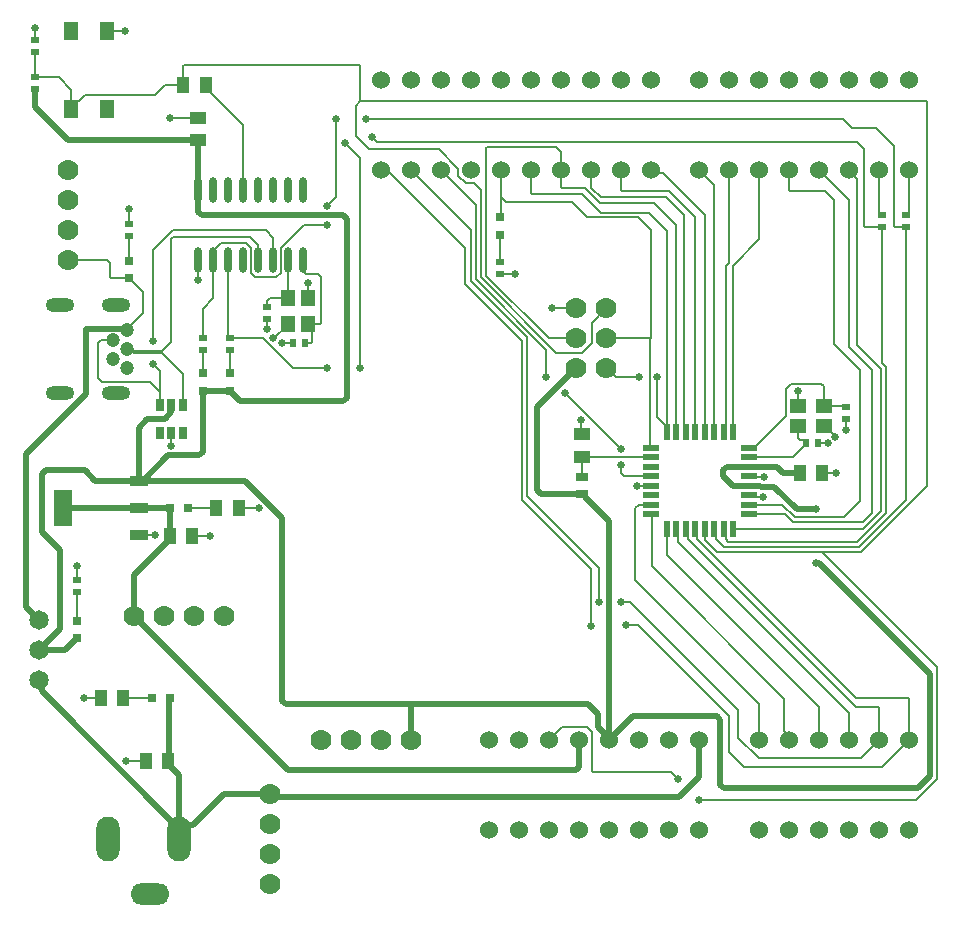
<source format=gtl>
G04*
G04 #@! TF.GenerationSoftware,Altium Limited,Altium Designer,21.8.1 (53)*
G04*
G04 Layer_Physical_Order=1*
G04 Layer_Color=255*
%FSLAX25Y25*%
%MOIN*%
G70*
G04*
G04 #@! TF.SameCoordinates,28AFC469-8C40-47C5-92FE-A73FC46FB42A*
G04*
G04*
G04 #@! TF.FilePolarity,Positive*
G04*
G01*
G75*
%ADD11C,0.00600*%
%ADD14C,0.01500*%
%ADD18R,0.05709X0.03937*%
%ADD19R,0.03937X0.02953*%
%ADD20R,0.03937X0.05709*%
%ADD21R,0.02362X0.02756*%
%ADD22R,0.03150X0.03150*%
%ADD23R,0.02756X0.02362*%
%ADD24R,0.05511X0.04724*%
%ADD25R,0.04724X0.05511*%
%ADD26R,0.02756X0.03937*%
%ADD27O,0.02400X0.08661*%
%ADD28R,0.04724X0.05906*%
%ADD29R,0.06300X0.12200*%
%ADD30R,0.06300X0.03300*%
%ADD31R,0.03150X0.03150*%
%ADD32R,0.02000X0.05800*%
%ADD33R,0.05800X0.02000*%
%ADD34C,0.02000*%
%ADD54C,0.06000*%
%ADD55C,0.07000*%
%ADD56O,0.09449X0.04724*%
%ADD57C,0.04724*%
%ADD58C,0.06496*%
%ADD59O,0.12992X0.07087*%
%ADD60O,0.07874X0.14961*%
%ADD61C,0.02500*%
D11*
X203983Y154450D02*
G03*
X204024Y154450I17J2550D01*
G01*
X38612Y197234D02*
X38923Y196923D01*
X39125Y196721D01*
X29600Y180900D02*
Y192500D01*
Y180900D02*
X30983Y179517D01*
X29600Y192500D02*
X30672Y193571D01*
X54000Y158250D02*
Y162423D01*
X50260Y171724D02*
Y176240D01*
X57740Y171724D02*
Y182260D01*
X98084Y231750D02*
X106000D01*
X90500Y224166D02*
X98084Y231750D01*
X106000Y238250D02*
X109000Y241250D01*
Y267000D01*
X119000D02*
X278000D01*
X281000Y264000D01*
X112000Y259000D02*
X117000Y254000D01*
Y184000D02*
Y254000D01*
X289000Y264000D02*
X295000Y258000D01*
X281000Y264000D02*
X289000D01*
X295352Y231063D02*
X299000D01*
X295000Y231415D02*
Y258000D01*
Y231415D02*
X295352Y231063D01*
X285000Y231383D02*
Y257000D01*
X122524Y259483D02*
X282517D01*
X285000Y257000D01*
X115450Y261550D02*
Y271450D01*
X117000Y273000D01*
X115450Y261550D02*
X120000Y257000D01*
X90500Y215834D02*
Y224166D01*
X89035Y214369D02*
X90500Y215834D01*
X81964Y214369D02*
X89035D01*
X80500Y215834D02*
X81964Y214369D01*
X79036Y225631D02*
X80500Y224166D01*
Y215834D02*
Y224166D01*
X70500Y225631D02*
X79036D01*
X68000Y223131D02*
X70500Y225631D01*
X68000Y220000D02*
Y223131D01*
X64500Y194000D02*
X64697D01*
X121000Y261000D02*
X121007D01*
X122524Y259483D01*
X120000Y257000D02*
X143081D01*
X182117Y257883D02*
X184000Y256000D01*
X159352Y257883D02*
X182117D01*
X159000Y214788D02*
Y257532D01*
X159352Y257883D01*
X285000Y231383D02*
X285351Y231031D01*
X291000D01*
X280000Y249818D02*
Y250000D01*
X282667Y191802D02*
Y247151D01*
X280000Y249818D02*
X282667Y247151D01*
Y191802D02*
X290600Y183869D01*
X290881Y234968D02*
X291000D01*
X290000Y235850D02*
X290881Y234968D01*
X290000Y235850D02*
Y250000D01*
X117000Y273000D02*
X305648D01*
X306000Y272649D01*
Y144949D02*
Y272649D01*
X117000Y273000D02*
Y284648D01*
X116648Y285000D02*
X117000Y284648D01*
X143081Y257000D02*
X149700Y250381D01*
X154000Y213000D02*
X172600Y194400D01*
X185298Y175702D02*
X204000Y157000D01*
X179000Y181000D02*
Y190263D01*
X172600Y141400D02*
Y194400D01*
X171000Y140000D02*
Y193000D01*
X152000Y212000D02*
X171000Y193000D01*
Y140000D02*
X194000Y117000D01*
X172600Y141400D02*
X196550Y117450D01*
X155600Y213663D02*
X179000Y190263D01*
X94394Y184000D02*
X106000D01*
X84394Y194000D02*
X94394Y184000D01*
X73500Y194000D02*
X84394D01*
X86000Y197000D02*
Y200563D01*
X88000Y194000D02*
X88362D01*
X87500Y194500D02*
X88000Y194000D01*
X88362D02*
X92807Y198445D01*
X209552Y98448D02*
X239869Y68131D01*
X205500Y98448D02*
X209552D01*
X152000Y212000D02*
Y224000D01*
X124000Y250000D02*
X125033Y248967D01*
X127033D02*
X152000Y224000D01*
X125033Y248967D02*
X127033D01*
X134000Y250000D02*
X154000Y230000D01*
X154811Y245700D02*
X157200Y243311D01*
X154000Y213000D02*
Y230000D01*
X144000Y250000D02*
X155600Y238400D01*
X159000Y214788D02*
X179788Y194000D01*
X155600Y213663D02*
Y238400D01*
X157200Y214325D02*
Y243311D01*
Y214325D02*
X182325Y189200D01*
X179788Y194000D02*
X189000D01*
X182325Y189200D02*
X190988D01*
X204000Y149000D02*
Y151900D01*
Y149000D02*
X204900Y148100D01*
X190697Y163669D02*
Y166697D01*
X211393Y154450D02*
X213993Y154400D01*
X204024Y154450D02*
X211393D01*
X193554Y154450D02*
X203983D01*
X190697Y163669D02*
X191000Y162000D01*
Y154520D02*
X193554Y154450D01*
X204900Y148100D02*
X213993D01*
X196550Y106000D02*
Y117450D01*
X204000Y106000D02*
X207000D01*
X243000Y70000D01*
X194000Y98000D02*
Y117000D01*
X302081Y40000D02*
X309300Y47219D01*
X230000Y40000D02*
X302081D01*
X220700Y49300D02*
X223000Y47000D01*
X194651Y49300D02*
X220700D01*
X271000Y122900D02*
X283951D01*
X235717D02*
X271000D01*
X309300Y47219D02*
Y84600D01*
X271000Y122900D02*
X309300Y84600D01*
X194300Y49652D02*
Y62700D01*
Y49652D02*
X194651Y49300D01*
X192700Y64300D02*
X194300Y62700D01*
X184300Y64300D02*
X192700D01*
X180000Y60000D02*
X184300Y64300D01*
X231793Y126824D02*
X235717Y122900D01*
X231793Y126824D02*
Y130300D01*
X283951Y122900D02*
X306000Y144949D01*
X282626Y126100D02*
X292200Y135675D01*
X283288Y124500D02*
X299000Y140212D01*
X238154Y124500D02*
X283288D01*
X239654Y126100D02*
X282626D01*
X235593Y127061D02*
X238154Y124500D01*
X292200Y135675D02*
Y184531D01*
X299000Y140212D02*
Y231063D01*
X58000Y284648D02*
X58351Y285000D01*
X58000Y278500D02*
Y284648D01*
X58351Y285000D02*
X116648D01*
X52000Y278500D02*
X58000D01*
X194200Y199200D02*
X199000Y204000D01*
X194200Y192412D02*
Y199200D01*
X190988Y189200D02*
X194200Y192412D01*
X152219Y245700D02*
X154811D01*
X149700Y248219D02*
X152219Y245700D01*
X149700Y248219D02*
Y250381D01*
X103648Y198838D02*
X104000Y199189D01*
X99500Y198838D02*
X103648D01*
X104000Y199189D02*
Y214500D01*
X103000Y215500D02*
X104000Y214500D01*
X239869Y56131D02*
Y68131D01*
Y56131D02*
X245000Y51000D01*
X291000D01*
X300000Y60000D01*
X209100Y144900D02*
X213993D01*
X164000Y235000D02*
Y241000D01*
X163500Y234500D02*
X164000Y235000D01*
X243000Y60919D02*
Y70000D01*
Y60919D02*
X249919Y54000D01*
X284000D01*
X290000Y60000D01*
X184000Y250000D02*
Y256000D01*
X219193Y121807D02*
X270000Y71000D01*
X214042Y117983D02*
Y135476D01*
Y117983D02*
X258124Y73901D01*
X219193Y121807D02*
Y130300D01*
X270000Y60000D02*
Y71000D01*
X208600Y137337D02*
X209863Y138600D01*
X208600Y113400D02*
X250000Y72000D01*
X208600Y113400D02*
Y137337D01*
X258124Y63051D02*
Y73901D01*
X222993Y126007D02*
X280000Y69000D01*
Y60000D02*
Y69000D01*
X284499Y132850D02*
X287500Y135852D01*
X257676Y138600D02*
X261826Y134450D01*
X246393Y135500D02*
X258513D01*
X261163Y132850D01*
X261826Y134450D02*
X278149D01*
X246941Y141252D02*
X251152D01*
X246393Y141800D02*
X246941Y141252D01*
X261163Y132850D02*
X284499D01*
X278149Y134450D02*
X283600Y139901D01*
X246393Y138600D02*
X257676D01*
X283600Y139901D02*
Y183400D01*
X241193Y130300D02*
X284563D01*
X290600Y136337D01*
X287500Y135852D02*
Y183500D01*
X229293Y127061D02*
X282354Y74000D01*
X229293Y127061D02*
Y129600D01*
X282354Y74000D02*
X299648D01*
X226193Y126962D02*
X282154Y71000D01*
X226193Y126962D02*
Y129600D01*
X282154Y71000D02*
X289649D01*
X290000Y60000D02*
Y70648D01*
X289649Y71000D02*
X290000Y70648D01*
X299648Y74000D02*
X300000Y73649D01*
Y60000D02*
Y73649D01*
X290600Y136337D02*
Y183869D01*
X291000Y185731D02*
X292200Y184531D01*
X209863Y138600D02*
X213993D01*
X202222Y181000D02*
X210000D01*
X199000Y184000D02*
X199223D01*
X202222Y181000D01*
X213450Y158043D02*
Y194000D01*
Y158043D02*
X213993Y157500D01*
X219193Y164600D02*
Y229807D01*
Y162700D02*
Y164600D01*
X216000Y167793D02*
X219193Y164600D01*
X216000Y167793D02*
Y181000D01*
X209697Y234303D02*
X213747Y230254D01*
Y194000D02*
Y230254D01*
X199000Y194000D02*
X213747D01*
X181000Y204000D02*
X189000D01*
X299000Y235000D02*
X299119D01*
X300000Y235881D01*
Y250000D01*
X235593Y127061D02*
Y129600D01*
X234893Y130300D02*
X235593Y129600D01*
X291000Y185731D02*
Y231031D01*
X238793Y126962D02*
X239654Y126100D01*
X238793Y126962D02*
Y129600D01*
X238093Y130300D02*
X238793Y129600D01*
X280000Y191000D02*
X287500Y183500D01*
X260000Y243352D02*
X260351Y243000D01*
X272000D01*
X260000Y243352D02*
Y250000D01*
X272000Y243000D02*
X275000Y240000D01*
Y192000D02*
Y240000D01*
Y192000D02*
X283600Y183400D01*
X280000Y191000D02*
Y240000D01*
X270000Y250000D02*
X280000Y240000D01*
X163500Y215531D02*
X168468D01*
X163500Y219468D02*
Y228594D01*
X164000Y241000D02*
Y250000D01*
Y241000D02*
X165500Y239500D01*
X187500D01*
X192696Y234303D01*
X174352Y242000D02*
X191000D01*
X174000Y242352D02*
X174352Y242000D01*
X174000Y242352D02*
Y250000D01*
X184352Y244000D02*
X192000D01*
X184000Y244352D02*
X184352Y244000D01*
X184000Y244352D02*
Y250000D01*
X192000Y244000D02*
X197000Y239000D01*
X191000Y242000D02*
X197097Y235904D01*
X192696Y234303D02*
X209697D01*
X197097Y235904D02*
X213096D01*
X219193Y229807D01*
X197000Y239000D02*
X215000D01*
X197263Y241000D02*
X219000D01*
X194000Y244263D02*
X197263Y241000D01*
X194000Y244263D02*
Y250000D01*
X215000Y239000D02*
X222293Y231707D01*
X219000Y241000D02*
X224793Y235207D01*
X222293Y162700D02*
Y231707D01*
X204000Y243352D02*
Y250000D01*
Y243352D02*
X204351Y243000D01*
X228593Y162700D02*
Y234407D01*
X204351Y243000D02*
X220000D01*
X224793Y163400D02*
Y235207D01*
X220000Y243000D02*
X228593Y234407D01*
X224793Y163400D02*
X225493Y162700D01*
X214000Y250000D02*
X214900Y249100D01*
X217900D01*
X231793Y235207D01*
X230000Y250000D02*
X234893Y245107D01*
X231793Y162700D02*
Y235207D01*
X234893Y162700D02*
Y245107D01*
X238793Y218056D02*
X240000Y219263D01*
X238093Y162700D02*
X238793Y163400D01*
X240000Y219263D02*
Y250000D01*
X238793Y163400D02*
Y218056D01*
X241193Y218193D02*
X250000Y227000D01*
X241193Y162700D02*
Y218193D01*
X250000Y227000D02*
Y250000D01*
X82974Y137500D02*
X83150Y137324D01*
X76500Y137500D02*
X82974D01*
X250000Y60000D02*
Y72000D01*
X258124Y63051D02*
X260000Y61176D01*
Y60000D02*
Y61176D01*
X222993Y126007D02*
Y129600D01*
X222293Y130300D02*
X222993Y129600D01*
X225493Y130300D02*
X226193Y129600D01*
X228593Y130300D02*
X229293Y129600D01*
X191000Y147756D02*
Y154520D01*
X270612Y178888D02*
X271500Y178000D01*
Y171500D02*
Y178000D01*
X258783Y177283D02*
X260388Y178888D01*
X270612D01*
X262838Y171500D02*
Y176338D01*
X258783Y168599D02*
X258793Y168589D01*
X258783Y168599D02*
Y177283D01*
X258793Y168000D02*
Y168589D01*
X248293Y157500D02*
X258793Y168000D01*
X246393Y157500D02*
X248293D01*
X261160Y154400D02*
X265563Y158803D01*
Y159000D01*
X246393Y154400D02*
X261160D01*
X262838Y160662D02*
X263422Y160078D01*
X262838Y160662D02*
Y164807D01*
X264682Y160078D02*
X265563Y159197D01*
X263422Y160078D02*
X264682D01*
X265563Y159000D02*
Y159197D01*
X278500Y171500D02*
X279000Y171000D01*
X271500Y171500D02*
X278500D01*
X271000Y149000D02*
X275500D01*
X269500Y159000D02*
X273000D01*
X246543Y147950D02*
X251400D01*
X246393Y148100D02*
X246543Y147950D01*
X275307Y161000D02*
Y161393D01*
X271893Y164807D02*
X275307Y161393D01*
X271499Y164807D02*
X271893D01*
X279000Y163500D02*
Y167063D01*
X54500Y230000D02*
X85500D01*
X88000Y227500D01*
X54000Y227237D02*
X54663Y227900D01*
X48000Y223500D02*
X54500Y230000D01*
X54663Y227900D02*
X80331D01*
X83000Y225231D01*
X73500Y182405D02*
Y190063D01*
X64500Y182500D02*
Y190063D01*
Y203882D02*
X68000Y207382D01*
X64500Y194000D02*
Y203882D01*
X68000Y207382D02*
Y220000D01*
X73000Y194500D02*
Y220000D01*
Y194500D02*
X73500Y194000D01*
X65480Y277614D02*
X78000Y265094D01*
Y243400D02*
Y265094D01*
X65480Y277614D02*
Y278500D01*
X53500Y267500D02*
X63000D01*
X20595Y271098D02*
Y276905D01*
X48500Y275000D02*
X52000Y278500D01*
X25087Y275000D02*
X48500D01*
X23247Y273161D02*
X25087Y275000D01*
X20595Y270508D02*
Y271098D01*
X22657Y273161D01*
X23247D01*
X16500Y281000D02*
X20595Y276905D01*
X8500Y281000D02*
X16500D01*
X8500Y293500D02*
Y297500D01*
Y281000D02*
Y289563D01*
X38492Y296492D02*
X38500Y296500D01*
X32405Y296492D02*
X38492D01*
X50260Y176240D02*
Y183240D01*
X48000Y185500D02*
X50260Y183240D01*
X48000Y193000D02*
Y223500D01*
X54000Y192944D02*
Y227237D01*
X88000Y220000D02*
Y227500D01*
X40589Y189950D02*
X51006D01*
X39597D02*
X40589D01*
X41539Y189000D02*
X51000D01*
X40589Y189950D02*
X41539Y189000D01*
X39125Y190421D02*
X39597Y189950D01*
X51006D02*
X54000Y192944D01*
X51000Y189000D02*
X57740Y182260D01*
X83000Y220000D02*
Y225231D01*
X99500Y207500D02*
Y212500D01*
X98437Y192500D02*
X100648D01*
X101000Y192851D02*
Y197338D01*
X100648Y192500D02*
X101000Y192851D01*
X92807Y198445D02*
Y198839D01*
X99500Y198838D02*
X101000Y197338D01*
X87000Y207500D02*
X92807D01*
X86000Y206500D02*
X87000Y207500D01*
X86000Y204500D02*
Y206500D01*
X91000Y192500D02*
X94500D01*
X98000Y216382D02*
Y220000D01*
Y216382D02*
X98500Y215882D01*
Y215851D02*
X98852Y215500D01*
X103000D01*
X98500Y215851D02*
Y215882D01*
X93000Y207693D02*
Y220000D01*
X92807Y207500D02*
X93000Y207693D01*
X63000Y213500D02*
Y220000D01*
X30983Y179517D02*
X46983D01*
X50260Y176240D01*
X30672Y193571D02*
X34386D01*
X40000Y237000D02*
Y237500D01*
Y232000D02*
Y237000D01*
Y219905D02*
Y228063D01*
X33852Y214000D02*
X40000D01*
X33500Y214352D02*
Y219000D01*
Y214352D02*
X33852Y214000D01*
X32500Y220000D02*
X33500Y219000D01*
X19500Y220000D02*
X32500D01*
X40000Y214000D02*
X44500Y209500D01*
Y202500D02*
Y209500D01*
X39125Y197125D02*
X44500Y202500D01*
X39125Y196721D02*
Y197125D01*
X43100Y128400D02*
X43200Y128500D01*
X48500D01*
X39125Y183623D02*
X39187Y183561D01*
X60980Y128000D02*
X67000D01*
X22500Y99906D02*
Y109500D01*
Y113437D02*
Y118000D01*
X59500Y137500D02*
X69020D01*
X38000Y74000D02*
X47500D01*
X25000D02*
X30520D01*
X39000Y53000D02*
X45520D01*
D14*
X53000Y52114D02*
Y53000D01*
D18*
X191000Y154520D02*
D03*
Y162000D02*
D03*
X63000Y260020D02*
D03*
Y267500D02*
D03*
D19*
X191000Y147756D02*
D03*
Y142244D02*
D03*
D20*
X263520Y149000D02*
D03*
X271000D02*
D03*
X53500Y128000D02*
D03*
X60980D02*
D03*
X76500Y137500D02*
D03*
X69020D02*
D03*
X53000Y53000D02*
D03*
X45520D02*
D03*
X30520Y74000D02*
D03*
X38000D02*
D03*
X65480Y278500D02*
D03*
X58000D02*
D03*
D21*
X265563Y159000D02*
D03*
X269500D02*
D03*
X94500Y192500D02*
D03*
X98437D02*
D03*
D22*
X163500Y228594D02*
D03*
Y234500D02*
D03*
X64500Y182500D02*
D03*
Y176594D02*
D03*
X73500Y182405D02*
D03*
Y176500D02*
D03*
X40000Y219905D02*
D03*
Y214000D02*
D03*
X22500Y94000D02*
D03*
Y99906D02*
D03*
D23*
X163500Y215531D02*
D03*
Y219468D02*
D03*
X291000Y234968D02*
D03*
Y231031D02*
D03*
X299000Y235000D02*
D03*
Y231063D02*
D03*
X279000Y167063D02*
D03*
Y171000D02*
D03*
X64500Y194000D02*
D03*
Y190063D02*
D03*
X73500Y194000D02*
D03*
Y190063D02*
D03*
X86000Y200563D02*
D03*
Y204500D02*
D03*
X8500Y289563D02*
D03*
Y293500D02*
D03*
Y281000D02*
D03*
Y277063D02*
D03*
X40000Y232000D02*
D03*
Y228063D02*
D03*
X22500Y109500D02*
D03*
Y113437D02*
D03*
D24*
X271500Y171500D02*
D03*
X262838D02*
D03*
X271499Y164807D02*
D03*
X262838D02*
D03*
D25*
X99500Y198838D02*
D03*
Y207500D02*
D03*
X92807Y198839D02*
D03*
Y207500D02*
D03*
D26*
X50260Y162423D02*
D03*
X54000D02*
D03*
X57740D02*
D03*
Y171724D02*
D03*
X54000D02*
D03*
X50260D02*
D03*
D27*
X63000Y243400D02*
D03*
X68000D02*
D03*
X73000D02*
D03*
X78000D02*
D03*
X83000D02*
D03*
X88000D02*
D03*
X93000D02*
D03*
X98000D02*
D03*
Y220000D02*
D03*
X93000D02*
D03*
X88000D02*
D03*
X83000D02*
D03*
X78000D02*
D03*
X73000D02*
D03*
X68000D02*
D03*
X63000D02*
D03*
D28*
X32405Y270508D02*
D03*
X20595Y296492D02*
D03*
X32405D02*
D03*
X20595Y270508D02*
D03*
D29*
X17900Y137500D02*
D03*
D30*
X43100Y128400D02*
D03*
Y137500D02*
D03*
Y146600D02*
D03*
D31*
X53594Y137500D02*
D03*
X59500D02*
D03*
X53405Y74000D02*
D03*
X47500D02*
D03*
D32*
X241193Y130300D02*
D03*
X238093D02*
D03*
X234893D02*
D03*
X231793D02*
D03*
X228593D02*
D03*
X225493D02*
D03*
X222293D02*
D03*
X219193D02*
D03*
Y162700D02*
D03*
X222293D02*
D03*
X225493D02*
D03*
X228593D02*
D03*
X231793D02*
D03*
X234893D02*
D03*
X238093D02*
D03*
X241193D02*
D03*
D33*
X213993Y135500D02*
D03*
Y138600D02*
D03*
Y141800D02*
D03*
Y144900D02*
D03*
Y148100D02*
D03*
Y151200D02*
D03*
Y154400D02*
D03*
Y157500D02*
D03*
X246393D02*
D03*
Y154400D02*
D03*
Y151200D02*
D03*
Y148100D02*
D03*
Y144900D02*
D03*
Y141800D02*
D03*
Y138600D02*
D03*
Y135500D02*
D03*
D34*
X5500Y155500D02*
X25500Y175500D01*
Y197234D02*
X38612D01*
X25500Y175500D02*
Y197234D01*
X63328Y155000D02*
X64500Y156172D01*
X53000Y155000D02*
X63328D01*
X44600Y146600D02*
X53000Y155000D01*
X73500Y176500D02*
X77000Y173000D01*
X73453Y176547D02*
X73500Y176500D01*
X54000Y169290D02*
Y171724D01*
X51710Y167000D02*
X54000Y169290D01*
X46000Y167000D02*
X51710D01*
X87000Y42000D02*
X87957Y41043D01*
X90628D02*
X90672Y41000D01*
X223142D02*
X230000Y47858D01*
X87957Y41043D02*
X90628D01*
X90672Y41000D02*
X223142D01*
X71622Y42000D02*
X87000D01*
X63000Y243400D02*
Y260020D01*
Y236172D02*
X64172Y235000D01*
X63000Y236172D02*
Y243400D01*
X64172Y235000D02*
X111328D01*
X112500Y174172D02*
Y233828D01*
X111328Y235000D02*
X112500Y233828D01*
X111328Y173000D02*
X112500Y174172D01*
X77000Y173000D02*
X111328D01*
X176000Y171000D02*
X189000Y184000D01*
X176000Y143416D02*
Y171000D01*
X200000Y60720D02*
Y133244D01*
X191969Y141276D02*
X200000Y133244D01*
Y60000D02*
Y60720D01*
X177172Y142244D02*
X191000D01*
X176000Y143416D02*
X177172Y142244D01*
X208000Y68000D02*
X235828D01*
X238172Y44000D02*
X302828D01*
X235828Y68000D02*
X237000Y66828D01*
Y45172D02*
X238172Y44000D01*
X237000Y45172D02*
Y66828D01*
X249954Y144800D02*
X250121D01*
X249854Y144900D02*
X249954Y144800D01*
X246393Y144900D02*
X249854D01*
X255027Y144502D02*
X262529Y137000D01*
X250419Y144502D02*
X255027D01*
X262529Y137000D02*
X269000D01*
X250121Y144800D02*
X250419Y144502D01*
X269000Y119000D02*
X270000D01*
X307000Y82000D01*
Y48172D02*
Y82000D01*
X302828Y44000D02*
X307000Y48172D01*
X200000Y60000D02*
X208000Y68000D01*
X196117Y64603D02*
X200000Y60720D01*
X196117Y64603D02*
Y68883D01*
X134000Y72000D02*
X193000D01*
X92172D02*
X134000D01*
Y60000D02*
Y72000D01*
X44600Y146600D02*
X78470D01*
X43100D02*
X44600D01*
X193000Y72000D02*
X196117Y68883D01*
X91000Y73172D02*
Y134070D01*
Y73172D02*
X92172Y72000D01*
X78470Y146600D02*
X91000Y134070D01*
X188828Y50000D02*
X190000Y51172D01*
X93000Y50000D02*
X188828D01*
X190000Y51172D02*
Y60000D01*
X41500Y101500D02*
X93000Y50000D01*
X230000Y47858D02*
Y60000D01*
X238000Y150028D02*
X239172Y151200D01*
X238000Y148000D02*
Y150028D01*
X239172Y151200D02*
X246393D01*
X238000Y148000D02*
X241100Y144900D01*
X246393D01*
X258000Y149000D02*
X263520D01*
X255800Y151200D02*
X258000Y149000D01*
X246393Y151200D02*
X255800D01*
X64500Y176594D02*
X64547Y176547D01*
X73453D01*
X64500Y156172D02*
Y176594D01*
X8500Y271000D02*
X19480Y260020D01*
X63000D01*
X8500Y271000D02*
Y277063D01*
X5500Y104500D02*
Y155500D01*
X43100Y164100D02*
X46000Y167000D01*
X43100Y146600D02*
Y164100D01*
X53547Y128047D02*
Y137453D01*
X53500Y128000D02*
X53547Y128047D01*
Y137453D02*
X53594Y137500D01*
X43100D02*
X53594D01*
X17900D02*
X43100D01*
X28586Y146600D02*
X43100D01*
X25186Y150000D02*
X28586Y146600D01*
X11000Y148828D02*
X12172Y150000D01*
X11000Y129500D02*
Y148828D01*
X12172Y150000D02*
X25186D01*
X11000Y129500D02*
X17000Y123500D01*
X5500Y104500D02*
X10000Y100000D01*
X17000Y97000D02*
Y123500D01*
X10000Y90000D02*
X17000Y97000D01*
X10000Y90000D02*
X18500D01*
X22500Y94000D01*
X41500Y115114D02*
X53500Y127114D01*
Y128000D01*
X41500Y101500D02*
Y115114D01*
X56622Y28954D02*
Y30543D01*
Y48492D01*
X10860Y76305D02*
Y79140D01*
Y76305D02*
X56622Y30543D01*
X10000Y80000D02*
X10860Y79140D01*
X56622Y28954D02*
X59336Y31667D01*
X61289D01*
X56622Y27000D02*
Y28954D01*
X61289Y31667D02*
X71622Y42000D01*
X53203Y53203D02*
Y73797D01*
X53000Y53000D02*
X53203Y53203D01*
Y73797D02*
X53405Y74000D01*
X53000Y52114D02*
X56622Y48492D01*
D54*
X300000Y30000D02*
D03*
X290000D02*
D03*
X280000D02*
D03*
X270000D02*
D03*
X260000D02*
D03*
X250000D02*
D03*
X124000Y280000D02*
D03*
X134000D02*
D03*
X144000D02*
D03*
X154000D02*
D03*
X164000D02*
D03*
X174000D02*
D03*
X184000D02*
D03*
X194000D02*
D03*
X204000D02*
D03*
X214000D02*
D03*
X300000D02*
D03*
X290000D02*
D03*
X280000D02*
D03*
X270000D02*
D03*
X260000D02*
D03*
X250000D02*
D03*
X240000D02*
D03*
X230000D02*
D03*
X250000Y60000D02*
D03*
X260000D02*
D03*
X270000D02*
D03*
X280000D02*
D03*
X290000D02*
D03*
X300000D02*
D03*
X160000D02*
D03*
X170000D02*
D03*
X180000D02*
D03*
X190000D02*
D03*
X200000D02*
D03*
X210000D02*
D03*
X220000D02*
D03*
X230000D02*
D03*
X160000Y30000D02*
D03*
X170000D02*
D03*
X180000D02*
D03*
X190000D02*
D03*
X200000D02*
D03*
X210000D02*
D03*
X220000D02*
D03*
X230000D02*
D03*
X300000Y250000D02*
D03*
X290000D02*
D03*
X280000D02*
D03*
X270000D02*
D03*
X260000D02*
D03*
X250000D02*
D03*
X240000D02*
D03*
X230000D02*
D03*
X214000D02*
D03*
X204000D02*
D03*
X194000D02*
D03*
X184000D02*
D03*
X174000D02*
D03*
X164000D02*
D03*
X154000D02*
D03*
X144000D02*
D03*
X134000D02*
D03*
X124000D02*
D03*
D55*
X114000Y60000D02*
D03*
X104000D02*
D03*
X134000D02*
D03*
X124000D02*
D03*
X19500Y240000D02*
D03*
Y250000D02*
D03*
Y220000D02*
D03*
Y230000D02*
D03*
X51500Y101500D02*
D03*
X41500D02*
D03*
X71500D02*
D03*
X61500D02*
D03*
X87000Y32000D02*
D03*
Y42000D02*
D03*
Y12000D02*
D03*
Y22000D02*
D03*
X199000Y184000D02*
D03*
X189000D02*
D03*
X199000Y194000D02*
D03*
X189000D02*
D03*
X199000Y204000D02*
D03*
X189000D02*
D03*
D56*
X16875Y175855D02*
D03*
X35575D02*
D03*
Y205146D02*
D03*
X16875D02*
D03*
D57*
X39125Y196721D02*
D03*
X34386Y193571D02*
D03*
Y187273D02*
D03*
X39125Y190421D02*
D03*
Y184123D02*
D03*
D58*
X10000Y100000D02*
D03*
Y90000D02*
D03*
Y80000D02*
D03*
D59*
X46780Y8693D02*
D03*
D60*
X33000Y27000D02*
D03*
X56622D02*
D03*
D61*
X54000Y158250D02*
D03*
X106000Y231750D02*
D03*
Y238250D02*
D03*
X119000Y267000D02*
D03*
X109000D02*
D03*
X112000Y259000D02*
D03*
X121000Y261000D02*
D03*
X179000Y181000D02*
D03*
X185298Y175702D02*
D03*
X117000Y184000D02*
D03*
X106000D02*
D03*
X86000Y197000D02*
D03*
X88000Y194000D02*
D03*
X205500Y98448D02*
D03*
X204000Y151900D02*
D03*
Y157000D02*
D03*
X190697Y166697D02*
D03*
X204000Y106000D02*
D03*
X194000Y98000D02*
D03*
X196550Y106000D02*
D03*
X230000Y40000D02*
D03*
X223000Y47000D02*
D03*
X209100Y144900D02*
D03*
X251152Y141252D02*
D03*
X269000Y137000D02*
D03*
Y119000D02*
D03*
X216000Y181000D02*
D03*
X210000D02*
D03*
X181000Y204000D02*
D03*
X168468Y215531D02*
D03*
X83150Y137324D02*
D03*
X262838Y176338D02*
D03*
X275500Y149000D02*
D03*
X273000Y159000D02*
D03*
X251400Y147950D02*
D03*
X275307Y161000D02*
D03*
X279000Y163500D02*
D03*
X53500Y267500D02*
D03*
X8500Y297500D02*
D03*
X38492Y296492D02*
D03*
X48000Y185500D02*
D03*
Y193000D02*
D03*
X99500Y212500D02*
D03*
X91000Y192500D02*
D03*
X63000Y213500D02*
D03*
X40000Y237000D02*
D03*
X48500Y128500D02*
D03*
X22500Y118000D02*
D03*
X67000Y128000D02*
D03*
X25000Y74000D02*
D03*
X39000Y53000D02*
D03*
M02*

</source>
